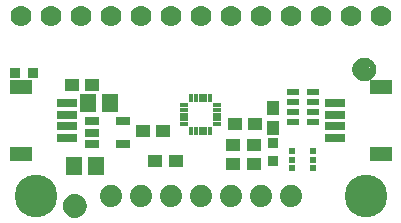
<source format=gbr>
G04 EAGLE Gerber RS-274X export*
G75*
%MOMM*%
%FSLAX34Y34*%
%LPD*%
%INSoldermask Top*%
%IPPOS*%
%AMOC8*
5,1,8,0,0,1.08239X$1,22.5*%
G01*
%ADD10R,0.801600X0.301600*%
%ADD11R,0.301600X0.801600*%
%ADD12R,1.176600X1.101600*%
%ADD13C,1.778000*%
%ADD14R,0.901600X0.901600*%
%ADD15R,1.101600X1.176600*%
%ADD16C,1.879600*%
%ADD17R,1.341600X1.601600*%
%ADD18R,1.301600X0.651600*%
%ADD19R,1.001600X0.551600*%
%ADD20R,0.601600X0.601600*%
%ADD21R,0.601600X0.501600*%
%ADD22R,1.651600X0.701600*%
%ADD23R,1.901600X1.301600*%
%ADD24C,1.101600*%
%ADD25C,0.469900*%
%ADD26C,3.617600*%


D10*
X179100Y93980D03*
X179100Y97980D03*
X179100Y101980D03*
X179100Y89980D03*
X179100Y85980D03*
D11*
X165100Y107980D03*
X161100Y107980D03*
X157100Y107980D03*
X169100Y107980D03*
X173100Y107980D03*
D10*
X151100Y93980D03*
X151100Y97980D03*
X151100Y101980D03*
X151100Y89980D03*
X151100Y85980D03*
D11*
X165100Y79980D03*
X161100Y79980D03*
X157100Y79980D03*
X169100Y79980D03*
X173100Y79980D03*
D12*
X192795Y67945D03*
X209795Y67945D03*
X211065Y86360D03*
X194065Y86360D03*
X209795Y52070D03*
X192795Y52070D03*
D13*
X12700Y177800D03*
X38100Y177800D03*
X63500Y177800D03*
X88900Y177800D03*
X114300Y177800D03*
X139700Y177800D03*
X165100Y177800D03*
X190500Y177800D03*
X215900Y177800D03*
X241300Y177800D03*
X266700Y177800D03*
X292100Y177800D03*
X317500Y177800D03*
D14*
X226060Y54730D03*
X226060Y69730D03*
D15*
X226060Y82940D03*
X226060Y99940D03*
D16*
X88900Y25400D03*
X114300Y25400D03*
X139700Y25400D03*
X165100Y25400D03*
X190500Y25400D03*
X215900Y25400D03*
X241300Y25400D03*
D17*
X76810Y50800D03*
X57810Y50800D03*
D18*
X73359Y88240D03*
X73359Y78740D03*
X73359Y69240D03*
X99361Y69240D03*
X99361Y88240D03*
D17*
X88240Y104140D03*
X69240Y104140D03*
D12*
X132960Y80010D03*
X115960Y80010D03*
D19*
X259960Y113330D03*
X242960Y113330D03*
X259960Y104330D03*
X259960Y96330D03*
X259960Y87330D03*
X242960Y87330D03*
X242960Y104330D03*
X242960Y96330D03*
D20*
X260460Y48380D03*
D21*
X260460Y55880D03*
D20*
X260460Y63380D03*
X242460Y63380D03*
D21*
X242460Y55880D03*
D20*
X242460Y48380D03*
D22*
X278390Y83900D03*
X278390Y93900D03*
X278390Y73900D03*
X278390Y103900D03*
D23*
X317390Y60900D03*
X317390Y116900D03*
D22*
X51810Y93900D03*
X51810Y83900D03*
X51810Y103900D03*
X51810Y73900D03*
D23*
X12810Y116900D03*
X12810Y60900D03*
D24*
X58420Y16510D03*
D25*
X58420Y24010D02*
X58239Y24008D01*
X58058Y24001D01*
X57877Y23990D01*
X57696Y23975D01*
X57516Y23955D01*
X57336Y23931D01*
X57157Y23903D01*
X56979Y23870D01*
X56802Y23833D01*
X56625Y23792D01*
X56450Y23747D01*
X56275Y23697D01*
X56102Y23643D01*
X55931Y23585D01*
X55760Y23523D01*
X55592Y23456D01*
X55425Y23386D01*
X55259Y23312D01*
X55096Y23233D01*
X54935Y23151D01*
X54775Y23065D01*
X54618Y22975D01*
X54463Y22881D01*
X54310Y22784D01*
X54160Y22682D01*
X54012Y22578D01*
X53866Y22469D01*
X53724Y22358D01*
X53584Y22242D01*
X53447Y22124D01*
X53312Y22002D01*
X53181Y21877D01*
X53053Y21749D01*
X52928Y21618D01*
X52806Y21483D01*
X52688Y21346D01*
X52572Y21206D01*
X52461Y21064D01*
X52352Y20918D01*
X52248Y20770D01*
X52146Y20620D01*
X52049Y20467D01*
X51955Y20312D01*
X51865Y20155D01*
X51779Y19995D01*
X51697Y19834D01*
X51618Y19671D01*
X51544Y19505D01*
X51474Y19338D01*
X51407Y19170D01*
X51345Y18999D01*
X51287Y18828D01*
X51233Y18655D01*
X51183Y18480D01*
X51138Y18305D01*
X51097Y18128D01*
X51060Y17951D01*
X51027Y17773D01*
X50999Y17594D01*
X50975Y17414D01*
X50955Y17234D01*
X50940Y17053D01*
X50929Y16872D01*
X50922Y16691D01*
X50920Y16510D01*
X58420Y24010D02*
X58601Y24008D01*
X58782Y24001D01*
X58963Y23990D01*
X59144Y23975D01*
X59324Y23955D01*
X59504Y23931D01*
X59683Y23903D01*
X59861Y23870D01*
X60038Y23833D01*
X60215Y23792D01*
X60390Y23747D01*
X60565Y23697D01*
X60738Y23643D01*
X60909Y23585D01*
X61080Y23523D01*
X61248Y23456D01*
X61415Y23386D01*
X61581Y23312D01*
X61744Y23233D01*
X61905Y23151D01*
X62065Y23065D01*
X62222Y22975D01*
X62377Y22881D01*
X62530Y22784D01*
X62680Y22682D01*
X62828Y22578D01*
X62974Y22469D01*
X63116Y22358D01*
X63256Y22242D01*
X63393Y22124D01*
X63528Y22002D01*
X63659Y21877D01*
X63787Y21749D01*
X63912Y21618D01*
X64034Y21483D01*
X64152Y21346D01*
X64268Y21206D01*
X64379Y21064D01*
X64488Y20918D01*
X64592Y20770D01*
X64694Y20620D01*
X64791Y20467D01*
X64885Y20312D01*
X64975Y20155D01*
X65061Y19995D01*
X65143Y19834D01*
X65222Y19671D01*
X65296Y19505D01*
X65366Y19338D01*
X65433Y19170D01*
X65495Y18999D01*
X65553Y18828D01*
X65607Y18655D01*
X65657Y18480D01*
X65702Y18305D01*
X65743Y18128D01*
X65780Y17951D01*
X65813Y17773D01*
X65841Y17594D01*
X65865Y17414D01*
X65885Y17234D01*
X65900Y17053D01*
X65911Y16872D01*
X65918Y16691D01*
X65920Y16510D01*
X65918Y16329D01*
X65911Y16148D01*
X65900Y15967D01*
X65885Y15786D01*
X65865Y15606D01*
X65841Y15426D01*
X65813Y15247D01*
X65780Y15069D01*
X65743Y14892D01*
X65702Y14715D01*
X65657Y14540D01*
X65607Y14365D01*
X65553Y14192D01*
X65495Y14021D01*
X65433Y13850D01*
X65366Y13682D01*
X65296Y13515D01*
X65222Y13349D01*
X65143Y13186D01*
X65061Y13025D01*
X64975Y12865D01*
X64885Y12708D01*
X64791Y12553D01*
X64694Y12400D01*
X64592Y12250D01*
X64488Y12102D01*
X64379Y11956D01*
X64268Y11814D01*
X64152Y11674D01*
X64034Y11537D01*
X63912Y11402D01*
X63787Y11271D01*
X63659Y11143D01*
X63528Y11018D01*
X63393Y10896D01*
X63256Y10778D01*
X63116Y10662D01*
X62974Y10551D01*
X62828Y10442D01*
X62680Y10338D01*
X62530Y10236D01*
X62377Y10139D01*
X62222Y10045D01*
X62065Y9955D01*
X61905Y9869D01*
X61744Y9787D01*
X61581Y9708D01*
X61415Y9634D01*
X61248Y9564D01*
X61080Y9497D01*
X60909Y9435D01*
X60738Y9377D01*
X60565Y9323D01*
X60390Y9273D01*
X60215Y9228D01*
X60038Y9187D01*
X59861Y9150D01*
X59683Y9117D01*
X59504Y9089D01*
X59324Y9065D01*
X59144Y9045D01*
X58963Y9030D01*
X58782Y9019D01*
X58601Y9012D01*
X58420Y9010D01*
X58239Y9012D01*
X58058Y9019D01*
X57877Y9030D01*
X57696Y9045D01*
X57516Y9065D01*
X57336Y9089D01*
X57157Y9117D01*
X56979Y9150D01*
X56802Y9187D01*
X56625Y9228D01*
X56450Y9273D01*
X56275Y9323D01*
X56102Y9377D01*
X55931Y9435D01*
X55760Y9497D01*
X55592Y9564D01*
X55425Y9634D01*
X55259Y9708D01*
X55096Y9787D01*
X54935Y9869D01*
X54775Y9955D01*
X54618Y10045D01*
X54463Y10139D01*
X54310Y10236D01*
X54160Y10338D01*
X54012Y10442D01*
X53866Y10551D01*
X53724Y10662D01*
X53584Y10778D01*
X53447Y10896D01*
X53312Y11018D01*
X53181Y11143D01*
X53053Y11271D01*
X52928Y11402D01*
X52806Y11537D01*
X52688Y11674D01*
X52572Y11814D01*
X52461Y11956D01*
X52352Y12102D01*
X52248Y12250D01*
X52146Y12400D01*
X52049Y12553D01*
X51955Y12708D01*
X51865Y12865D01*
X51779Y13025D01*
X51697Y13186D01*
X51618Y13349D01*
X51544Y13515D01*
X51474Y13682D01*
X51407Y13850D01*
X51345Y14021D01*
X51287Y14192D01*
X51233Y14365D01*
X51183Y14540D01*
X51138Y14715D01*
X51097Y14892D01*
X51060Y15069D01*
X51027Y15247D01*
X50999Y15426D01*
X50975Y15606D01*
X50955Y15786D01*
X50940Y15967D01*
X50929Y16148D01*
X50922Y16329D01*
X50920Y16510D01*
D24*
X303530Y132080D03*
D25*
X303530Y139580D02*
X303349Y139578D01*
X303168Y139571D01*
X302987Y139560D01*
X302806Y139545D01*
X302626Y139525D01*
X302446Y139501D01*
X302267Y139473D01*
X302089Y139440D01*
X301912Y139403D01*
X301735Y139362D01*
X301560Y139317D01*
X301385Y139267D01*
X301212Y139213D01*
X301041Y139155D01*
X300870Y139093D01*
X300702Y139026D01*
X300535Y138956D01*
X300369Y138882D01*
X300206Y138803D01*
X300045Y138721D01*
X299885Y138635D01*
X299728Y138545D01*
X299573Y138451D01*
X299420Y138354D01*
X299270Y138252D01*
X299122Y138148D01*
X298976Y138039D01*
X298834Y137928D01*
X298694Y137812D01*
X298557Y137694D01*
X298422Y137572D01*
X298291Y137447D01*
X298163Y137319D01*
X298038Y137188D01*
X297916Y137053D01*
X297798Y136916D01*
X297682Y136776D01*
X297571Y136634D01*
X297462Y136488D01*
X297358Y136340D01*
X297256Y136190D01*
X297159Y136037D01*
X297065Y135882D01*
X296975Y135725D01*
X296889Y135565D01*
X296807Y135404D01*
X296728Y135241D01*
X296654Y135075D01*
X296584Y134908D01*
X296517Y134740D01*
X296455Y134569D01*
X296397Y134398D01*
X296343Y134225D01*
X296293Y134050D01*
X296248Y133875D01*
X296207Y133698D01*
X296170Y133521D01*
X296137Y133343D01*
X296109Y133164D01*
X296085Y132984D01*
X296065Y132804D01*
X296050Y132623D01*
X296039Y132442D01*
X296032Y132261D01*
X296030Y132080D01*
X303530Y139580D02*
X303711Y139578D01*
X303892Y139571D01*
X304073Y139560D01*
X304254Y139545D01*
X304434Y139525D01*
X304614Y139501D01*
X304793Y139473D01*
X304971Y139440D01*
X305148Y139403D01*
X305325Y139362D01*
X305500Y139317D01*
X305675Y139267D01*
X305848Y139213D01*
X306019Y139155D01*
X306190Y139093D01*
X306358Y139026D01*
X306525Y138956D01*
X306691Y138882D01*
X306854Y138803D01*
X307015Y138721D01*
X307175Y138635D01*
X307332Y138545D01*
X307487Y138451D01*
X307640Y138354D01*
X307790Y138252D01*
X307938Y138148D01*
X308084Y138039D01*
X308226Y137928D01*
X308366Y137812D01*
X308503Y137694D01*
X308638Y137572D01*
X308769Y137447D01*
X308897Y137319D01*
X309022Y137188D01*
X309144Y137053D01*
X309262Y136916D01*
X309378Y136776D01*
X309489Y136634D01*
X309598Y136488D01*
X309702Y136340D01*
X309804Y136190D01*
X309901Y136037D01*
X309995Y135882D01*
X310085Y135725D01*
X310171Y135565D01*
X310253Y135404D01*
X310332Y135241D01*
X310406Y135075D01*
X310476Y134908D01*
X310543Y134740D01*
X310605Y134569D01*
X310663Y134398D01*
X310717Y134225D01*
X310767Y134050D01*
X310812Y133875D01*
X310853Y133698D01*
X310890Y133521D01*
X310923Y133343D01*
X310951Y133164D01*
X310975Y132984D01*
X310995Y132804D01*
X311010Y132623D01*
X311021Y132442D01*
X311028Y132261D01*
X311030Y132080D01*
X311028Y131899D01*
X311021Y131718D01*
X311010Y131537D01*
X310995Y131356D01*
X310975Y131176D01*
X310951Y130996D01*
X310923Y130817D01*
X310890Y130639D01*
X310853Y130462D01*
X310812Y130285D01*
X310767Y130110D01*
X310717Y129935D01*
X310663Y129762D01*
X310605Y129591D01*
X310543Y129420D01*
X310476Y129252D01*
X310406Y129085D01*
X310332Y128919D01*
X310253Y128756D01*
X310171Y128595D01*
X310085Y128435D01*
X309995Y128278D01*
X309901Y128123D01*
X309804Y127970D01*
X309702Y127820D01*
X309598Y127672D01*
X309489Y127526D01*
X309378Y127384D01*
X309262Y127244D01*
X309144Y127107D01*
X309022Y126972D01*
X308897Y126841D01*
X308769Y126713D01*
X308638Y126588D01*
X308503Y126466D01*
X308366Y126348D01*
X308226Y126232D01*
X308084Y126121D01*
X307938Y126012D01*
X307790Y125908D01*
X307640Y125806D01*
X307487Y125709D01*
X307332Y125615D01*
X307175Y125525D01*
X307015Y125439D01*
X306854Y125357D01*
X306691Y125278D01*
X306525Y125204D01*
X306358Y125134D01*
X306190Y125067D01*
X306019Y125005D01*
X305848Y124947D01*
X305675Y124893D01*
X305500Y124843D01*
X305325Y124798D01*
X305148Y124757D01*
X304971Y124720D01*
X304793Y124687D01*
X304614Y124659D01*
X304434Y124635D01*
X304254Y124615D01*
X304073Y124600D01*
X303892Y124589D01*
X303711Y124582D01*
X303530Y124580D01*
X303349Y124582D01*
X303168Y124589D01*
X302987Y124600D01*
X302806Y124615D01*
X302626Y124635D01*
X302446Y124659D01*
X302267Y124687D01*
X302089Y124720D01*
X301912Y124757D01*
X301735Y124798D01*
X301560Y124843D01*
X301385Y124893D01*
X301212Y124947D01*
X301041Y125005D01*
X300870Y125067D01*
X300702Y125134D01*
X300535Y125204D01*
X300369Y125278D01*
X300206Y125357D01*
X300045Y125439D01*
X299885Y125525D01*
X299728Y125615D01*
X299573Y125709D01*
X299420Y125806D01*
X299270Y125908D01*
X299122Y126012D01*
X298976Y126121D01*
X298834Y126232D01*
X298694Y126348D01*
X298557Y126466D01*
X298422Y126588D01*
X298291Y126713D01*
X298163Y126841D01*
X298038Y126972D01*
X297916Y127107D01*
X297798Y127244D01*
X297682Y127384D01*
X297571Y127526D01*
X297462Y127672D01*
X297358Y127820D01*
X297256Y127970D01*
X297159Y128123D01*
X297065Y128278D01*
X296975Y128435D01*
X296889Y128595D01*
X296807Y128756D01*
X296728Y128919D01*
X296654Y129085D01*
X296584Y129252D01*
X296517Y129420D01*
X296455Y129591D01*
X296397Y129762D01*
X296343Y129935D01*
X296293Y130110D01*
X296248Y130285D01*
X296207Y130462D01*
X296170Y130639D01*
X296137Y130817D01*
X296109Y130996D01*
X296085Y131176D01*
X296065Y131356D01*
X296050Y131537D01*
X296039Y131718D01*
X296032Y131899D01*
X296030Y132080D01*
D26*
X25400Y25400D03*
X304800Y25400D03*
D14*
X7740Y129540D03*
X22740Y129540D03*
D12*
X73270Y119380D03*
X56270Y119380D03*
X143755Y54610D03*
X126755Y54610D03*
M02*

</source>
